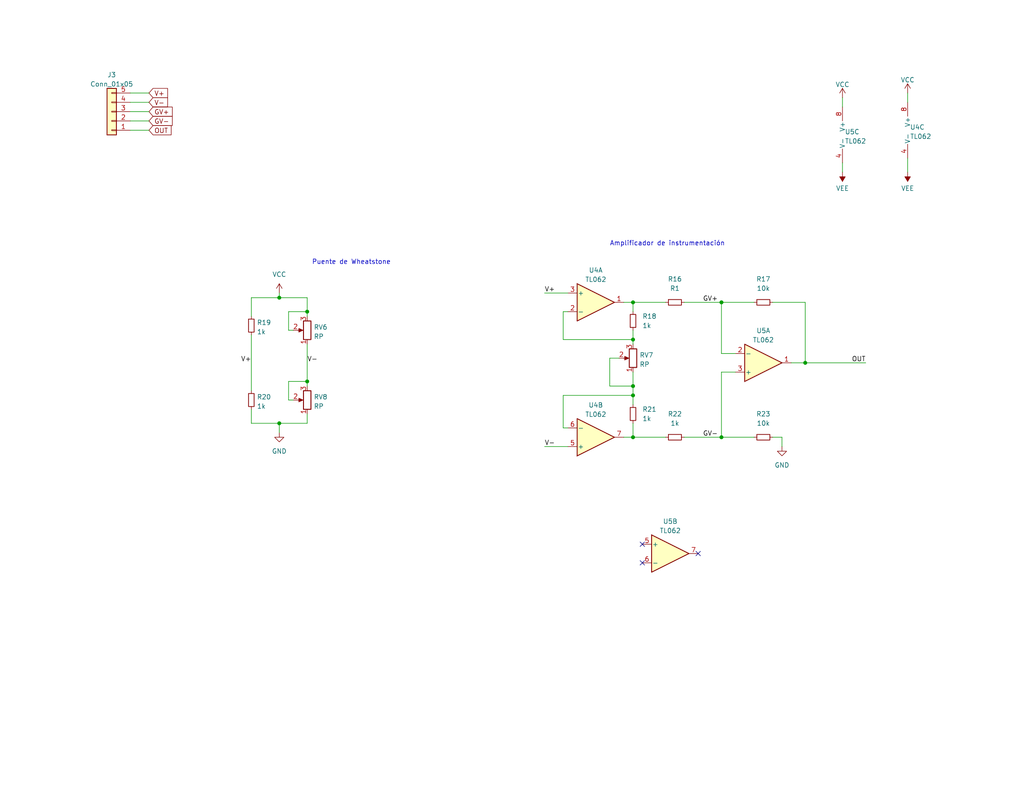
<source format=kicad_sch>
(kicad_sch (version 20211123) (generator eeschema)
  (paper "USLetter")
  (title_block (title "Proyecto") (date "2022-10-03") (rev "1.0") (company "Cristóbal Cuevas Lagos"))
  (lib_symbols
    (symbol "Amplifier_Operational:TL062" (pin_names (offset 0.127))
      (property "Reference" "U" (at 0 5.08 0))
      (property "Value" "TL062" (at 0 -5.08 0))
      (symbol "TL062_1_1"
        (polyline (pts (xy -5.08 5.08) (xy 5.08 0) (xy -5.08 -5.08) (xy -5.08 5.08)) (stroke (width 0.254)) (fill (type background)))
        (pin output line (at 7.62 0 180) (length 2.54) (name "~") (number "1"))
        (pin input line (at -7.62 -2.54 0) (length 2.54) (name "-") (number "2"))
        (pin input line (at -7.62 2.54 0) (length 2.54) (name "+") (number "3"))
      )
      (symbol "TL062_2_1"
        (polyline (pts (xy -5.08 5.08) (xy 5.08 0) (xy -5.08 -5.08) (xy -5.08 5.08)) (stroke (width 0.254)) (fill (type background)))
        (pin input line (at -7.62 2.54 0) (length 2.54) (name "+") (number "5"))
        (pin input line (at -7.62 -2.54 0) (length 2.54) (name "-") (number "6"))
        (pin output line (at 7.62 0 180) (length 2.54) (name "~") (number "7"))
      )
      (symbol "TL062_3_1"
        (pin power_in line (at -2.54 -7.62 90) (length 3.81) (name "V-") (number "4"))
        (pin power_in line (at -2.54 7.62 270) (length 3.81) (name "V+") (number "8"))
      )
    )
    (symbol "Connector_Generic:Conn_01x05" (pin_names (offset 1.016) hide)
      (property "Reference" "J" (at 0 7.62 0))
      (property "Value" "Conn_01x05" (at 0 -7.62 0))
      (symbol "Conn_01x05_1_1"
        (rectangle (start -1.27 -4.953) (end 0 -5.207) (stroke (width 0.1524)))
        (rectangle (start -1.27 -2.413) (end 0 -2.667) (stroke (width 0.1524)))
        (rectangle (start -1.27 0.127) (end 0 -0.127) (stroke (width 0.1524)))
        (rectangle (start -1.27 2.667) (end 0 2.413) (stroke (width 0.1524)))
        (rectangle (start -1.27 5.207) (end 0 4.953) (stroke (width 0.1524)))
        (rectangle (start -1.27 6.35) (end 1.27 -6.35) (stroke (width 0.254)) (fill (type background)))
        (pin passive line (at -5.08 5.08 0) (length 3.81) (name "Pin_1") (number "1"))
        (pin passive line (at -5.08 2.54 0) (length 3.81) (name "Pin_2") (number "2"))
        (pin passive line (at -5.08 0 0) (length 3.81) (name "Pin_3") (number "3"))
        (pin passive line (at -5.08 -2.54 0) (length 3.81) (name "Pin_4") (number "4"))
        (pin passive line (at -5.08 -5.08 0) (length 3.81) (name "Pin_5") (number "5"))
      )
    )
    (symbol "Device:R_Potentiometer" (pin_names (offset 1.016) hide)
      (property "Reference" "RV" (at -4.445 0 90))
      (property "Value" "R_Potentiometer" (at -2.54 0 90))
      (symbol "R_Potentiometer_0_1"
        (polyline (pts (xy 2.54 0) (xy 1.524 0)))
        (polyline (pts (xy 1.143 0) (xy 2.286 0.508) (xy 2.286 -0.508) (xy 1.143 0)) (fill (type outline)))
        (rectangle (start 1.016 2.54) (end -1.016 -2.54) (stroke (width 0.254)))
      )
      (symbol "R_Potentiometer_1_1"
        (pin passive line (at 0 3.81 270) (length 1.27) (name "1") (number "1"))
        (pin passive line (at 3.81 0 180) (length 1.27) (name "2") (number "2"))
        (pin passive line (at 0 -3.81 90) (length 1.27) (name "3") (number "3"))
      )
    )
    (symbol "Device:R_Small" (pin_numbers hide) (pin_names (offset 0.254) hide)
      (property "Reference" "R" (at 0.762 0.508 0))
      (property "Value" "R_Small" (at 0.762 -1.016 0))
      (symbol "R_Small_0_1"
        (rectangle (start -0.762 1.778) (end 0.762 -1.778) (stroke (width 0.2032)))
      )
      (symbol "R_Small_1_1"
        (pin passive line (at 0 2.54 270) (length 0.762) (name "~") (number "1"))
        (pin passive line (at 0 -2.54 90) (length 0.762) (name "~") (number "2"))
      )
    )
    (symbol "power:GND" (power) (pin_names (offset 0))
      (property "Value" "GND" (at 0 -3.81 0))
      (symbol "GND_0_1"
        (polyline (pts (xy 0 0) (xy 0 -1.27) (xy 1.27 -1.27) (xy 0 -2.54) (xy -1.27 -1.27) (xy 0 -1.27)))
      )
      (symbol "GND_1_1"
        (pin power_in line (at 0 0 270) (length 0) hide (name "GND") (number "1"))
      )
    )
    (symbol "power:VCC" (power) (pin_names (offset 0))
      (property "Value" "VCC" (at 0 3.81 0))
      (symbol "VCC_0_1"
        (polyline (pts (xy -0.762 1.27) (xy 0 2.54)))
        (polyline (pts (xy 0 0) (xy 0 2.54)))
        (polyline (pts (xy 0 2.54) (xy 0.762 1.27)))
      )
      (symbol "VCC_1_1"
        (pin power_in line (at 0 0 90) (length 0) hide (name "VCC") (number "1"))
      )
    )
    (symbol "power:VEE" (power) (pin_names (offset 0))
      (property "Value" "VEE" (at 0 3.81 0))
      (symbol "VEE_0_1"
        (polyline (pts (xy 0 0) (xy 0 2.54)))
        (polyline (pts (xy 0.762 1.27) (xy -0.762 1.27) (xy 0 2.54) (xy 0.762 1.27)) (fill (type outline)))
      )
      (symbol "VEE_1_1"
        (pin power_in line (at 0 0 90) (length 0) hide (name "VEE") (number "1"))
      )
    )
  )
  (junction (at 172.72 107.95))
  (junction (at 76.2 81.28))
  (junction (at 196.85 119.38))
  (junction (at 172.72 119.38))
  (junction (at 172.72 92.71))
  (junction (at 196.85 82.55))
  (junction (at 219.71 99.06))
  (junction (at 172.72 105.41))
  (junction (at 83.82 104.14))
  (junction (at 76.2 115.57))
  (junction (at 83.82 85.09))
  (junction (at 172.72 82.55))
  (no_connect (at 175.26 148.59))
  (no_connect (at 175.26 153.67))
  (no_connect (at 190.5 151.13))
  (wire (pts (xy 78.74 109.22) (xy 78.74 104.14)))
  (wire (pts (xy 154.94 116.84) (xy 153.67 116.84)))
  (wire (pts (xy 196.85 82.55) (xy 196.85 96.52)))
  (wire (pts (xy 172.72 82.55) (xy 181.61 82.55)))
  (wire (pts (xy 172.72 90.17) (xy 172.72 92.71)))
  (wire (pts (xy 78.74 90.17) (xy 78.74 85.09)))
  (wire (pts (xy 247.65 25.4) (xy 247.65 27.94)))
  (wire (pts (xy 219.71 99.06) (xy 215.9 99.06)))
  (wire (pts (xy 80.01 109.22) (xy 78.74 109.22)))
  (wire (pts (xy 83.82 85.09) (xy 83.82 86.36)))
  (wire (pts (xy 166.37 105.41) (xy 172.72 105.41)))
  (wire (pts (xy 80.01 90.17) (xy 78.74 90.17)))
  (wire (pts (xy 196.85 82.55) (xy 205.74 82.55)))
  (wire (pts (xy 200.66 96.52) (xy 196.85 96.52)))
  (wire (pts (xy 170.18 82.55) (xy 172.72 82.55)))
  (wire (pts (xy 68.58 86.36) (xy 68.58 81.28)))
  (wire (pts (xy 83.82 93.98) (xy 83.82 104.14)))
  (wire (pts (xy 153.67 107.95) (xy 172.72 107.95)))
  (wire (pts (xy 148.59 121.92) (xy 154.94 121.92)))
  (wire (pts (xy 219.71 82.55) (xy 219.71 99.06)))
  (wire (pts (xy 196.85 119.38) (xy 205.74 119.38)))
  (wire (pts (xy 170.18 119.38) (xy 172.72 119.38)))
  (wire (pts (xy 153.67 92.71) (xy 172.72 92.71)))
  (wire (pts (xy 68.58 115.57) (xy 76.2 115.57)))
  (wire (pts (xy 148.59 80.01) (xy 154.94 80.01)))
  (wire (pts (xy 76.2 115.57) (xy 83.82 115.57)))
  (wire (pts (xy 229.87 26.67) (xy 229.87 29.21)))
  (wire (pts (xy 83.82 81.28) (xy 83.82 85.09)))
  (wire (pts (xy 76.2 115.57) (xy 76.2 118.11)))
  (wire (pts (xy 76.2 81.28) (xy 83.82 81.28)))
  (wire (pts (xy 172.72 115.57) (xy 172.72 119.38)))
  (wire (pts (xy 219.71 99.06) (xy 236.22 99.06)))
  (wire (pts (xy 247.65 43.18) (xy 247.65 46.99)))
  (wire (pts (xy 213.36 121.92) (xy 213.36 119.38)))
  (wire (pts (xy 229.87 44.45) (xy 229.87 46.99)))
  (wire (pts (xy 200.66 101.6) (xy 196.85 101.6)))
  (wire (pts (xy 153.67 107.95) (xy 153.67 116.84)))
  (wire (pts (xy 154.94 85.09) (xy 153.67 85.09)))
  (wire (pts (xy 153.67 85.09) (xy 153.67 92.71)))
  (wire (pts (xy 172.72 107.95) (xy 172.72 110.49)))
  (wire (pts (xy 35.56 33.02) (xy 40.64 33.02)))
  (wire (pts (xy 172.72 101.6) (xy 172.72 105.41)))
  (wire (pts (xy 35.56 27.94) (xy 40.64 27.94)))
  (wire (pts (xy 83.82 104.14) (xy 83.82 105.41)))
  (wire (pts (xy 168.91 97.79) (xy 166.37 97.79)))
  (wire (pts (xy 172.72 119.38) (xy 181.61 119.38)))
  (wire (pts (xy 78.74 85.09) (xy 83.82 85.09)))
  (wire (pts (xy 172.72 105.41) (xy 172.72 107.95)))
  (wire (pts (xy 35.56 25.4) (xy 40.64 25.4)))
  (wire (pts (xy 83.82 115.57) (xy 83.82 113.03)))
  (wire (pts (xy 166.37 97.79) (xy 166.37 105.41)))
  (wire (pts (xy 68.58 91.44) (xy 68.58 106.68)))
  (wire (pts (xy 68.58 111.76) (xy 68.58 115.57)))
  (wire (pts (xy 196.85 101.6) (xy 196.85 119.38)))
  (wire (pts (xy 172.72 92.71) (xy 172.72 93.98)))
  (wire (pts (xy 213.36 119.38) (xy 210.82 119.38)))
  (wire (pts (xy 210.82 82.55) (xy 219.71 82.55)))
  (wire (pts (xy 35.56 30.48) (xy 40.64 30.48)))
  (wire (pts (xy 35.56 35.56) (xy 40.64 35.56)))
  (wire (pts (xy 76.2 80.01) (xy 76.2 81.28)))
  (wire (pts (xy 68.58 81.28) (xy 76.2 81.28)))
  (wire (pts (xy 78.74 104.14) (xy 83.82 104.14)))
  (wire (pts (xy 186.69 82.55) (xy 196.85 82.55)))
  (wire (pts (xy 186.69 119.38) (xy 196.85 119.38)))
  (wire (pts (xy 172.72 82.55) (xy 172.72 85.09)))
  (text "Puente de Wheatstone" (at 85.09 72.39 0) (effects (font (size 1.27 1.27)) (justify left bottom)))
  (text "Amplificador de instrumentación" (at 166.37 67.31 0) (effects (font (size 1.27 1.27)) (justify left bottom)))
  (label "OUT" (at 236.22 99.06 180))
  (label "V+" (at 148.59 80.01 0))
  (label "V-" (at 83.82 99.06 0))
  (label "V+" (at 68.58 99.06 180))
  (label "GV-" (at 191.77 119.38 0))
  (label "GV+" (at 191.77 82.55 0))
  (label "V-" (at 148.59 121.92 0))
  (global_label "OUT" (shape input) (at 40.64 35.56 0) (property "Intersheet References" "${INTERSHEET_REFS}" (effects hide)))
  (global_label "GV-" (shape input) (at 40.64 33.02 0) (property "Intersheet References" "${INTERSHEET_REFS}" (effects hide)))
  (global_label "GV+" (shape input) (at 40.64 30.48 0) (property "Intersheet References" "${INTERSHEET_REFS}" (effects hide)))
  (global_label "V-" (shape input) (at 40.64 27.94 0) (property "Intersheet References" "${INTERSHEET_REFS}" (effects hide)))
  (global_label "V+" (shape input) (at 40.64 25.4 0) (property "Intersheet References" "${INTERSHEET_REFS}" (effects hide)))
  (symbol (lib_id "Connector_Generic:Conn_01x05") (at 30.48 30.48 180) (unit 1)
    (property "Reference" "J3" (at 30.48 20.4302 0))
    (property "Value" "Conn_01x05" (at 30.48 22.9671 0))
    (property "Footprint" "Connector_PinHeader_2.54mm:PinHeader_1x05_P2.54mm_Vertical" (effects hide))
  )
  (symbol (lib_id "Amplifier_Operational:TL062") (at 182.88 151.13 0) (unit 2)
    (property "Reference" "U5" (at 182.88 142.3502 0))
    (property "Value" "TL062" (at 182.88 144.8871 0))
    (property "Footprint" "Package_DIP:DIP-8_W7.62mm" (effects hide))
    (property "Datasheet" "http://www.ti.com/lit/ds/symlink/tl061.pdf" (effects hide))
  )
  (symbol (lib_id "Device:R_Potentiometer") (at 83.82 109.22 180) (unit 1)
    (property "Reference" "RV8" (at 85.598 108.3853 0) (effects (justify right)))
    (property "Value" "RP" (at 85.598 110.9222 0) (effects (justify right)))
    (property "Footprint" "Connector_PinHeader_2.54mm:PinHeader_1x03_P2.54mm_Vertical" (effects hide))
  )
  (symbol (lib_id "Device:R_Small") (at 172.72 113.03 0) (unit 1)
    (property "Reference" "R21" (at 175.26 111.7599 0) (effects (justify left)))
    (property "Value" "1k" (at 175.26 114.2999 0) (effects (justify left)))
    (property "Footprint" "Resistor_THT:R_Axial_DIN0207_L6.3mm_D2.5mm_P7.62mm_Horizontal" (effects hide))
  )
  (symbol (lib_id "Amplifier_Operational:TL062") (at 250.19 35.56 0) (unit 3)
    (property "Reference" "U4" (at 248.285 34.7253 0) (effects (justify left)))
    (property "Value" "TL062" (at 248.285 37.2622 0) (effects (justify left)))
    (property "Footprint" "Package_DIP:DIP-8_W7.62mm" (effects hide))
    (property "Datasheet" "http://www.ti.com/lit/ds/symlink/tl061.pdf" (effects hide))
  )
  (symbol (lib_id "Amplifier_Operational:TL062") (at 208.28 99.06 0) (mirror x) (unit 1)
    (property "Reference" "U5" (at 208.28 90.2802 0))
    (property "Value" "TL062" (at 208.28 92.8171 0))
    (property "Footprint" "Package_DIP:DIP-8_W7.62mm" (effects hide))
    (property "Datasheet" "http://www.ti.com/lit/ds/symlink/tl061.pdf" (effects hide))
  )
  (symbol (lib_id "Amplifier_Operational:TL062") (at 162.56 119.38 0) (mirror x) (unit 2)
    (property "Reference" "U4" (at 162.56 110.6002 0))
    (property "Value" "TL062" (at 162.56 113.1371 0))
    (property "Footprint" "Package_DIP:DIP-8_W7.62mm" (effects hide))
    (property "Datasheet" "http://www.ti.com/lit/ds/symlink/tl061.pdf" (effects hide))
  )
  (symbol (lib_id "Device:R_Small") (at 208.28 119.38 90) (unit 1)
    (property "Reference" "R23" (at 208.28 113.03 90))
    (property "Value" "10k" (at 208.28 115.57 90))
    (property "Footprint" "Resistor_THT:R_Axial_DIN0207_L6.3mm_D2.5mm_P7.62mm_Horizontal" (effects hide))
  )
  (symbol (lib_id "Device:R_Potentiometer") (at 172.72 97.79 180) (unit 1)
    (property "Reference" "RV7" (at 174.498 96.9553 0) (effects (justify right)))
    (property "Value" "RP" (at 174.498 99.4922 0) (effects (justify right)))
    (property "Footprint" "Connector_PinHeader_2.54mm:PinHeader_1x03_P2.54mm_Vertical" (effects hide))
  )
  (symbol (lib_id "power:VEE") (at 229.87 46.99 180) (unit 1)
    (property "Reference" "#PWR018" (effects hide))
    (property "Value" "VEE" (at 229.87 51.4334 0))
  )
  (symbol (lib_id "Device:R_Small") (at 68.58 109.22 180) (unit 1)
    (property "Reference" "R20" (at 70.0786 108.3853 0) (effects (justify right)))
    (property "Value" "1k" (at 70.0786 110.9222 0) (effects (justify right)))
    (property "Footprint" "Resistor_THT:R_Axial_DIN0207_L6.3mm_D2.5mm_P7.62mm_Horizontal" (effects hide))
  )
  (symbol (lib_id "power:GND") (at 76.2 118.11 0) (unit 1)
    (property "Reference" "#PWR017" (effects hide))
    (property "Value" "GND" (at 76.2 123.19 0))
  )
  (symbol (lib_id "Device:R_Small") (at 184.15 82.55 90) (unit 1)
    (property "Reference" "R16" (at 184.15 76.2 90))
    (property "Value" "R1" (at 184.15 78.74 90))
    (property "Footprint" "Resistor_THT:R_Axial_DIN0207_L6.3mm_D2.5mm_P7.62mm_Horizontal" (effects hide))
  )
  (symbol (lib_id "power:VEE") (at 247.65 46.99 180) (unit 1)
    (property "Reference" "#PWR019" (effects hide))
    (property "Value" "VEE" (at 247.65 51.4334 0))
  )
  (symbol (lib_id "Device:R_Small") (at 172.72 87.63 0) (unit 1)
    (property "Reference" "R18" (at 175.26 86.3599 0) (effects (justify left)))
    (property "Value" "1k" (at 175.26 88.8999 0) (effects (justify left)))
    (property "Footprint" "Resistor_THT:R_Axial_DIN0207_L6.3mm_D2.5mm_P7.62mm_Horizontal" (effects hide))
  )
  (symbol (lib_id "Device:R_Potentiometer") (at 83.82 90.17 180) (unit 1)
    (property "Reference" "RV6" (at 85.598 89.3353 0) (effects (justify right)))
    (property "Value" "RP" (at 85.598 91.8722 0) (effects (justify right)))
    (property "Footprint" "Connector_PinHeader_2.54mm:PinHeader_1x03_P2.54mm_Vertical" (effects hide))
  )
  (symbol (lib_id "power:VCC") (at 76.2 80.01 0) (unit 1)
    (property "Reference" "#PWR014" (effects hide))
    (property "Value" "VCC" (at 76.2 74.93 0))
  )
  (symbol (lib_id "Device:R_Small") (at 208.28 82.55 90) (unit 1)
    (property "Reference" "R17" (at 208.28 76.2 90))
    (property "Value" "10k" (at 208.28 78.74 90))
    (property "Footprint" "Resistor_THT:R_Axial_DIN0207_L6.3mm_D2.5mm_P7.62mm_Horizontal" (effects hide))
  )
  (symbol (lib_id "Amplifier_Operational:TL062") (at 162.56 82.55 0) (unit 1)
    (property "Reference" "U4" (at 162.56 73.7702 0))
    (property "Value" "TL062" (at 162.56 76.3071 0))
    (property "Footprint" "Package_DIP:DIP-8_W7.62mm" (effects hide))
    (property "Datasheet" "http://www.ti.com/lit/ds/symlink/tl061.pdf" (effects hide))
  )
  (symbol (lib_id "Device:R_Small") (at 184.15 119.38 90) (unit 1)
    (property "Reference" "R22" (at 184.15 113.03 90))
    (property "Value" "1k" (at 184.15 115.57 90))
    (property "Footprint" "Resistor_THT:R_Axial_DIN0207_L6.3mm_D2.5mm_P7.62mm_Horizontal" (effects hide))
  )
  (symbol (lib_id "Amplifier_Operational:TL062") (at 232.41 36.83 0) (unit 3)
    (property "Reference" "U5" (at 230.505 35.9953 0) (effects (justify left)))
    (property "Value" "TL062" (at 230.505 38.5322 0) (effects (justify left)))
    (property "Footprint" "Package_DIP:DIP-8_W7.62mm" (effects hide))
    (property "Datasheet" "http://www.ti.com/lit/ds/symlink/tl061.pdf" (effects hide))
  )
  (symbol (lib_id "Device:R_Small") (at 68.58 88.9 180) (unit 1)
    (property "Reference" "R19" (at 70.0786 88.0653 0) (effects (justify right)))
    (property "Value" "1k" (at 70.0786 90.6022 0) (effects (justify right)))
    (property "Footprint" "Resistor_THT:R_Axial_DIN0207_L6.3mm_D2.5mm_P7.62mm_Horizontal" (effects hide))
  )
  (symbol (lib_id "power:VCC") (at 247.65 25.4 0) (unit 1)
    (property "Reference" "#PWR015" (effects hide))
    (property "Value" "VCC" (at 247.65 21.8242 0))
  )
  (symbol (lib_id "power:GND") (at 213.36 121.92 0) (unit 1)
    (property "Reference" "#PWR020" (effects hide))
    (property "Value" "GND" (at 213.36 127 0))
  )
  (symbol (lib_id "power:VCC") (at 229.87 26.67 0) (unit 1)
    (property "Reference" "#PWR016" (effects hide))
    (property "Value" "VCC" (at 229.87 23.0942 0))
  )
)
</source>
